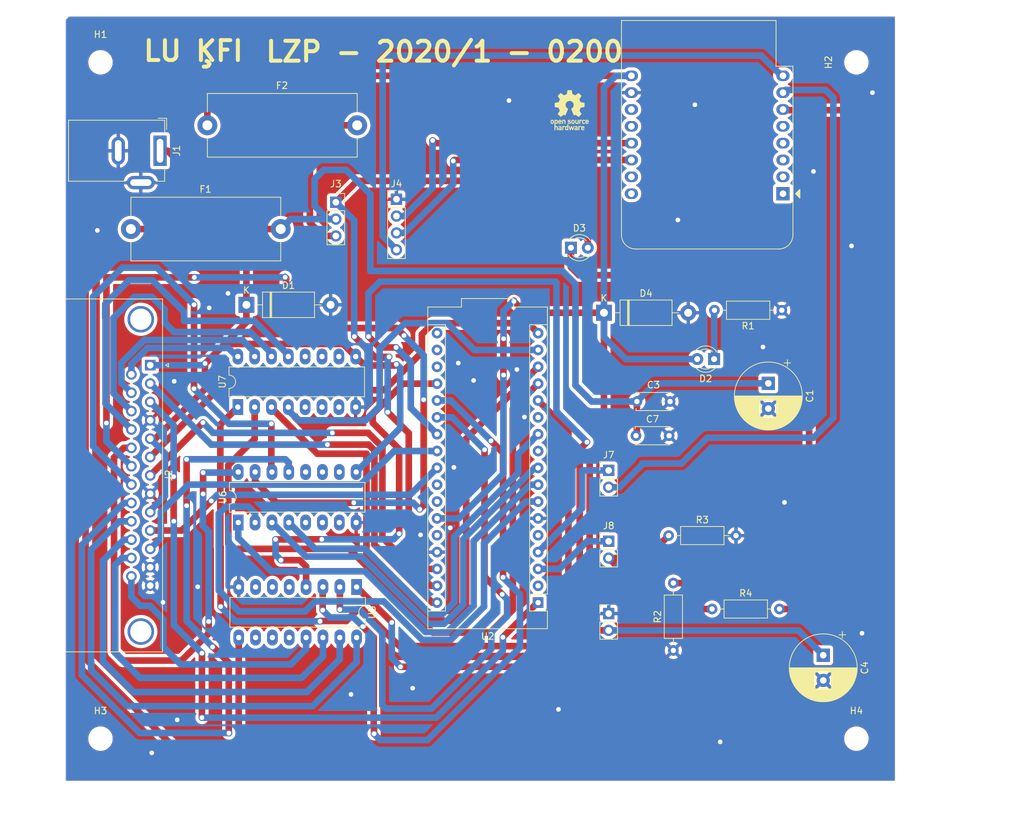
<source format=kicad_pcb>
(kicad_pcb (version 20221018) (generator pcbnew)
  (layers (0 "F.Cu" signal) (31 "B.Cu" signal) (34 "B.Paste" user) (35 "F.Paste" user) (36 "B.SilkS" user "B.Silkscreen") (37 "F.SilkS" user "F.Silkscreen") (38 "B.Mask" user) (39 "F.Mask" user) (44 "Edge.Cuts" user))
  (net 0 "")
  (net 1 "+7.5V")
  (net 2 "GND")
  (net 3 "+5V")
  (net 4 "Net-(D2-K)")
  (net 5 "Net-(D3-K)")
  (net 6 "Net-(D3-A)")
  (net 7 "Net-(J3-Pin_3)")
  (net 8 "Net-(J4-Pin_2)")
  (net 9 "Net-(J4-Pin_3)")
  (net 10 "Net-(J4-Pin_4)")
  (net 11 "/PD3")
  (net 12 "Net-(J8-Pin_2)")
  (net 18 "Net-(J7-Pin_2)")
  (net 23 "/PB2")
  (net 24 "/PD6")
  (net 28 "/D0{slash}RX")
  (net 31 "/PF7")
  (net 32 "/PF6")
  (net 33 "/PD1")
  (net 34 "/PF5")
  (net 35 "/PD0")
  (net 36 "/PF4")
  (net 37 "/PD4")
  (net 38 "/PF1")
  (net 40 "/PF0")
  (net 41 "/PD7")
  (net 44 "/PB4")
  (net 45 "/PB5")
  (net 47 "/PB6")
  (net 48 "/PB7")
  (net 49 "/PB3")
  (net 50 "/PB1")
  (net 57 "Net-(J2-P25)")
  (net 58 "Net-(J2-P24)")
  (net 59 "Net-(J2-P23)")
  (net 60 "Net-(J2-P22)")
  (net 67 "Net-(J2-P21)")
  (net 68 "Net-(J2-P20)")
  (net 69 "Net-(J2-P19)")
  (net 70 "Net-(J2-P18)")
  (net 77 "Net-(J2-P17)")
  (net 78 "Net-(J2-P16)")
  (net 79 "Net-(J2-P15)")
  (net 80 "Net-(J2-P14)")
  (net 82 "/Vin_")
  (net 83 "Net-(U1-MOSI{slash}D7)")
  (footprint "Connector_PinHeader_2.54mm:PinHeader_1x02_P2.54mm_Vertical" (layer "F.Cu") (at 110.6424 110.231)
    (fp_text reference "J8")
    (fp_text value "Conn_01x02_Pin")
  )
  (footprint "Symbol:OSHW-Logo_5.7x6mm_SilkScreen" (layer "F.Cu") (at 104.7496 45.212)
    (fp_text reference "REF**" hide)
    (fp_text value "OSHW-Logo_5.7x6mm_SilkScreen" hide)
  )
  (footprint "Fuse:Fuseholder_Cylinder-5x20mm_Stelvio-Kontek_PTF78_Horizontal_Open" (layer "F.Cu") (at 38.5856 63.1444)
    (fp_text reference "F1")
    (fp_text value "2A")
  )
  (footprint "MountingHole:MountingHole_3.2mm_M3" (layer "F.Cu") (at 34 38)
    (fp_text reference "H1")
    (fp_text value "MountingHole")
  )
  (footprint "Module:WEMOS_D1_mini_light" (layer "F.Cu") (at 136.929 57.8104 180)
    (fp_text reference "U1" hide)
    (fp_text value "WeMos_D1_mini")
  )
  (footprint "Package_DIP:DIP-16_W7.62mm_LongPads" (layer "F.Cu") (at 54.7774 107.4062 90)
    (fp_text reference "U6")
    (fp_text value "ULN2003")
  )
  (footprint "Resistor_THT:R_Axial_DIN0207_L6.3mm_D2.5mm_P10.16mm_Horizontal" (layer "F.Cu") (at 119.6848 109.3724)
    (fp_text reference "R3")
    (fp_text value "10k*")
  )
  (footprint "Fuse:Fuseholder_Cylinder-5x20mm_Stelvio-Kontek_PTF78_Horizontal_Open" (layer "F.Cu") (at 50.1172 47.498)
    (fp_text reference "F2")
    (fp_text value "0,5A")
  )
  (footprint "Resistor_THT:R_Axial_DIN0207_L6.3mm_D2.5mm_P10.16mm_Horizontal" (layer "F.Cu") (at 120.396 126.6952 90)
    (fp_text reference "R2")
    (fp_text value "390")
  )
  (footprint "MountingHole:MountingHole_3.2mm_M3" (layer "F.Cu") (at 148 140)
    (fp_text reference "H4")
    (fp_text value "MountingHole")
  )
  (footprint "Capacitor_THT:CP_Radial_D10.0mm_P3.80mm" (layer "F.Cu") (at 143.002 127.416723 -90)
    (fp_text reference "C4")
    (fp_text value "4,7uF")
  )
  (footprint "Connector_PinHeader_2.54mm:PinHeader_1x04_P2.54mm_Vertical" (layer "F.Cu") (at 78.6384 58.6486)
    (fp_text reference "J4")
    (fp_text value "Conn_01x04_Pin")
  )
  (footprint "Resistor_THT:R_Axial_DIN0207_L6.3mm_D2.5mm_P10.16mm_Horizontal" (layer "F.Cu") (at 136.7536 75.3872 180)
    (fp_text reference "R1")
    (fp_text value "390")
  )
  (footprint "Connector_PinHeader_2.54mm:PinHeader_1x02_P2.54mm_Vertical" (layer "F.Cu") (at 110.6424 99.5426)
    (fp_text reference "J7")
    (fp_text value "Conn_01x02_Pin")
  )
  (footprint "Capacitor_THT:C_Disc_D5.0mm_W2.5mm_P5.00mm" (layer "F.Cu") (at 114.8988 89.154)
    (fp_text reference "C3")
    (fp_text value "68pF")
  )
  (footprint "Diode_THT:D_DO-15_P12.70mm_Horizontal" (layer "F.Cu") (at 109.9312 75.7682)
    (fp_text reference "D4")
    (fp_text value "SA6.0A")
  )
  (footprint "Package_DIP:DIP-16_W7.62mm_LongPads" (layer "F.Cu") (at 72.629 117.1298 -90)
    (fp_text reference "U3")
    (fp_text value "ULN2003" hide)
  )
  (footprint "LED_THT:LED_D3.0mm" (layer "F.Cu") (at 104.9528 65.9638)
    (fp_text reference "D3")
    (fp_text value "LED")
  )
  (footprint "MountingHole:MountingHole_3.2mm_M3" (layer "F.Cu") (at 148 38 90)
    (fp_text reference "H2")
    (fp_text value "MountingHole")
  )
  (footprint "Connector_Dsub:DSUB-25_Male_Horizontal_P2.77x2.84mm_EdgePinOffset9.90mm_Housed_MountingHolesOffset11.32mm" (layer "F.Cu") (at 41.5036 83.6762 -90)
    (fp_text reference "J2")
    (fp_text value "DB25_Plug")
  )
  (footprint "Capacitor_THT:C_Disc_D5.0mm_W2.5mm_P5.00mm" (layer "F.Cu") (at 114.7572 94.3102)
    (fp_text reference "C7")
    (fp_text value "68 pF")
  )
  (footprint "Resistor_THT:R_Axial_DIN0207_L6.3mm_D2.5mm_P10.16mm_Horizontal" (layer "F.Cu") (at 126.238 120.4468)
    (fp_text reference "R4")
    (fp_text value "10k*")
  )
  (footprint "Diode_THT:D_DO-15_P12.70mm_Horizontal" (layer "F.Cu") (at 56.007 74.5742)
    (fp_text reference "D1")
    (fp_text value "SA6.0A")
  )
  (footprint "Arduino:Arduino_Micro" (layer "F.Cu") (at 99.9998 119.4816 180)
    (fp_text reference "U2")
    (fp_text value "Arduino_Micro" hide)
  )
  (footprint "Connector_PinHeader_2.54mm:PinHeader_1x02_P2.54mm_Vertical" (layer "F.Cu") (at 110.6424 121.1326)
    (fp_text reference "J6" hide)
    (fp_text value "Conn_01x02_Pin" hide)
  )
  (footprint "Connector_PinSocket_2.54mm:PinSocket_1x03_P2.54mm_Vertical" (layer "F.Cu") (at 69.4944 59.1058)
    (fp_text reference "J3")
    (fp_text value "Conn_01x03_Pin")
  )
  (footprint "Capacitor_THT:CP_Radial_D10.0mm_P3.80mm" (layer "F.Cu") (at 134.7216 86.4208 -90)
    (fp_text reference "C1")
    (fp_text value "4,7uF")
  )
  (footprint "Connector_BarrelJack:BarrelJack_GCT_DCJ200-10-A_Horizontal" (layer "F.Cu") (at 42.9812 51.334 -90)
    (fp_text reference "J1")
    (fp_text value "Barrel_Jack_Switch_Pin3")
  )
  (footprint "MountingHole:MountingHole_3.2mm_M3" (layer "F.Cu") (at 34 140)
    (fp_text reference "H3")
    (fp_text value "MountingHole")
  )
  (footprint "Package_DIP:DIP-16_W7.62mm_LongPads" (layer "F.Cu") (at 54.7116 89.9922 90)
    (fp_text reference "U7")
    (fp_text value "ULN2003")
  )
  (footprint "LED_THT:LED_D3.0mm" (layer "F.Cu") (at 126.5428 82.7532 180)
    (fp_text reference "D2")
    (fp_text value "LED" hide)
  )
  (gr_poly (pts (xy 153.8224 31.0896) (xy 153.8224 146.3548) (xy 28.8036 146.3548) (xy 28.7528 146.304) (xy 28.7528 31.5976) (xy 29.2608 31.0896)) (stroke (width 0.05)) (fill none) (layer "Edge.Cuts"))
  (gr_text "LZP - 2020/1 - 0200" (at 58.6232 38.1508) (layer "F.SilkS") (effects (font (size 3 3) (thickness 0.6) bold) (justify left bottom)))
  (gr_text "LU ĶFI" (at 40.1828 38.0492) (layer "F.SilkS") (effects (font (size 3 3) (thickness 0.6) bold) (justify left bottom)))
  (segment (start 52.7508 80.4722) (end 49.7586 83.4644) (width 1) (layer "F.Cu") (net 1))
  (segment (start 78.429 83.7246) (end 73.844 83.7246) (width 1) (layer "F.Cu") (net 1))
  (segment (start 70.5916 80.4722) (end 52.7508 80.4722) (width 1) (layer "F.Cu") (net 1))
  (segment (start 42.272056 94.7562) (end 49.7586 87.269656) (width 1) (layer "F.Cu") (net 1))
  (segment (start 56.007 66.802) (end 56.007 74.5742) (width 1) (layer "F.Cu") (net 1))
  (segment (start 61.1856 63.1444) (end 57.3024 63.1444) (width 1) (layer "F.Cu") (net 1))
  (segment (start 31.75 127.9652) (end 31.75 68.5292) (width 1) (layer "F.Cu") (net 1))
  (segment (start 54.849 140.955) (end 54.072 141.732) (width 1) (layer "F.Cu") (net 1))
  (segment (start 31.75 68.5292) (end 33.4772 66.802) (width 1) (layer "F.Cu") (net 1))
  (segment (start 45.5168 141.732) (end 31.75 127.9652) (width 1) (layer "F.Cu") (net 1))
  (segment (start 56.007 64.4906) (end 56.007 66.802) (width 1) (layer "F.Cu") (net 1))
  (segment (start 78.613 83.5406) (end 78.429 83.7246) (width 1) (layer "F.Cu") (net 1))
  (segment (start 55.9816 64.4652) (end 56.007 64.4906) (width 1) (layer "F.Cu") (net 1))
  (segment (start 49.7586 87.269656) (end 49.7586 83.4644) (width 1) (layer "F.Cu") (net 1))
  (segment (start 54.849 124.7498) (end 54.849 140.955) (width 1) (layer "F.Cu") (net 1))
  (segment (start 57.3024 63.1444) (end 55.9816 64.4652) (width 1) (layer "F.Cu") (net 1))
  (segment (start 114.8988 89.154) (end 114.8988 94.1686) (width 1) (layer "F.Cu") (net 1))
  (segment (start 41.5036 94.7562) (end 42.272056 94.7562) (width 1) (layer "F.Cu") (net 1))
  (segment (start 49.7586 83.4644) (end 56.007 77.216) (width 1) (layer "F.Cu") (net 1))
  (segment (start 33.4772 66.802) (end 56.007 66.802) (width 1) (layer "F.Cu") (net 1))
  (segment (start 72.4916 82.3722) (end 70.5916 80.4722) (width 1) (layer "F.Cu") (net 1))
  (segment (start 73.844 83.7246) (end 72.4916 82.3722) (width 1) (layer "F.Cu") (net 1))
  (segment (start 54.072 141.732) (end 45.5168 141.732) (width 1) (layer "F.Cu") (net 1))
  (segment (start 56.007 77.216) (end 56.007 74.5742) (width 1) (layer "F.Cu") (net 1))
  (via (at 78.613 83.5406) (size 0.9) (drill 0.7) (layers "F.Cu" "B.Cu") (net 1))
  (via (at 49.7586 83.4136) (size 0.9) (drill 0.7) (layers "F.Cu" "B.Cu") (net 1))
  (segment (start 49.7586 83.4136) (end 49.657 83.5152) (width 1) (layer "B.Cu") (net 1))
  (segment (start 114.8988 89.154) (end 108.077 89.154) (width 1) (layer "B.Cu") (net 1))
  (segment (start 74.7014 69.469) (end 103.6574 69.469) (width 1) (layer "B.Cu") (net 1))
  (segment (start 69.4944 61.6458) (end 62.6842 61.6458) (width 1) (layer "B.Cu") (net 1))
  (segment (start 67.6656 54.229) (end 71.0438 54.229) (width 1) (layer "B.Cu") (net 1))
  (segment (start 105.6386 71.4502) (end 105.6386 74.0156) (width 1) (layer "B.Cu") (net 1))
  (segment (start 108.077 89.154) (end 105.6386 86.7156) (width 1) (layer "B.Cu") (net 1))
  (segment (start 71.0438 54.229) (end 74.7014 57.8866) (width 1) (layer "B.Cu") (net 1))
  (segment (start 134.7216 86.4208) (end 117.632 86.4208) (width 1) (layer "B.Cu") (net 1))
  (segment (start 49.7586 83.4644) (end 49.7586 83.4136) (width 1) (layer "B.Cu") (net 1))
  (segment (start 105.6386 86.7156) (end 105.6386 74.1172) (width 1) (layer "B.Cu") (net 1))
  (segment (start 74.7014 57.8866) (end 74.7014 69.469) (width 1) (layer "B.Cu") (net 1))
  (segment (start 49.7078 83.4644) (end 49.7586 83.4644) (width 1) (layer "B.Cu") (net 1))
  (segment (start 43.7134 103.4034) (end 43.7134 96.966) (width 1) (layer "B.Cu") (net 1))
  (segment (start 62.6842 61.6458) (end 61.1856 63.1444) (width 1) (layer "B.Cu") (net 1))
  (segment (start 41.5036 83.6762) (end 49.496 83.6762) (width 1) (layer "B.Cu") (net 1))
  (segment (start 66.294 55.6006) (end 67.6656 54.229) (width 1) (layer "B.Cu") (net 1))
  (segment (start 79.1972 93.1464) (end 79.1972 84.074) (width 1) (layer "B.Cu") (net 1))
  (segment (start 41.5036 105.6132) (end 43.7134 103.4034) (width 1) (layer "B.Cu") (net 1))
  (segment (start 49.496 83.6762) (end 49.7078 83.4644) (width 1) (layer "B.Cu") (net 1))
  (segment (start 117.632 86.4208) (end 114.8988 89.154) (width 1) (layer "B.Cu") (net 1))
  (segment (start 43.7134 96.966) (end 41.5036 94.7562) (width 1) (layer "B.Cu") (net 1))
  (segment (start 68.292319 61.6458) (end 66.294 59.647481) (width 1) (layer "B.Cu") (net 1))
  (segment (start 79.1972 84.074) (end 78.6638 83.5406) (width 1) (layer "B.Cu") (net 1))
  (segment (start 69.4944 61.6458) (end 68.292319 61.6458) (width 1) (layer "B.Cu") (net 1))
  (segment (start 41.5036 105.8362) (end 41.5036 105.6132) (width 1) (layer "B.Cu") (net 1))
  (segment (start 72.5574 99.7862) (end 79.1972 93.1464) (width 1) (layer "B.Cu") (net 1))
  (segment (start 66.294 59.647481) (end 66.294 55.6006) (width 1) (layer "B.Cu") (net 1))
  (segment (start 103.6574 69.469) (end 105.6386 71.4502) (width 1) (layer "B.Cu") (net 1))
  (segment (start 119.7102 94.2632) (end 119.7572 94.3102) (width 1) (layer "F.Cu") (net 2))
  (via (at 41.7322 142.1384) (size 0.9) (drill 0.7) (layers "F.Cu" "B.Cu") (net 2))
  (via (at 133.9088 80.9244) (size 0.9) (drill 0.7) (layers "F.Cu" "B.Cu") (net 2))
  (via (at 71.7804 133.3246) (size 0.9) (drill 0.7) (layers "F.Cu" "B.Cu") (net 2))
  (via (at 123.6472 44.3992) (size 0.9) (drill 0.7) (layers "F.Cu" "B.Cu") (net 2))
  (via (at 45.1104 86.106) (size 0.9) (drill 0.7) (layers "F.Cu" "B.Cu") (net 2))
  (via (at 150.4188 42.5704) (size 0.9) (drill 0.7) (layers "F.Cu" "B.Cu") (net 2))
  (via (at 87.2998 99.0854) (size 0.9) (drill 0.7) (layers "F.Cu" "B.Cu") (net 2))
  (via (at 43.434 119.4308) (size 0.9) (drill 0.7) (layers "F.Cu" "B.Cu") (net 2))
  (via (at 95.6056 43.7642) (size 0.9) (drill 0.7) (layers "F.Cu" "B.Cu") (net 2))
  (via (at 90.2716 85.979) (size 0.9) (drill 0.7) (layers "F.Cu" "B.Cu") (net 2))
  (via (at 45.5676 137.16) (size 0.9) (drill 0.7) (layers "F.Cu" "B.Cu") (net 2))
  (via (at 97.9424 91.4908) (size 0.9) (drill 0.7) (layers "F.Cu" "B.Cu") (net 2))
  (via (at 137.16 104.3686) (size 0.9) (drill 0.7) (layers "F.Cu" "B.Cu") (net 2))
  (via (at 121.0818 61.7728) (size 0.9) (drill 0.7) (layers "F.Cu" "B.Cu") (net 2))
  (via (at 81.0768 132.3848) (size 0.9) (drill 0.7) (layers "F.Cu" "B.Cu") (net 2))
  (via (at 141.5288 54.4576) (size 0.9) (drill 0.7) (layers "F.Cu" "B.Cu") (net 2))
  (via (at 127.4572 140.4874) (size 0.9) (drill 0.7) (layers "F.Cu" "B.Cu") (net 2))
  (via (at 103.0732 135.5852) (size 0.9) (drill 0.7) (layers "F.Cu" "B.Cu") (net 2))
  (via (at 148.844 124.1044) (size 0.9) (drill 0.7) (layers "F.Cu" "B.Cu") (net 2))
  (via (at 86.741 108.204) (size 0.9) (drill 0.7) (layers "F.Cu" "B.Cu") (net 2))
  (via (at 147.2692 65.6844) (size 0.9) (drill 0.7) (layers "F.Cu" "B.Cu") (net 2))
  (via (at 33.528 63.3476) (size 0.9) (drill 0.7) (layers "F.Cu" "B.Cu") (net 2))
  (via (at 48.6664 117.094) (size 0.9) (drill 0.7) (layers "F.Cu" "B.Cu") (net 2))
  (via (at 82.2706 109.2708) (size 0.9) (drill 0.7) (layers "F.Cu" "B.Cu") (net 2))
  (via (at 50.3936 75.0316) (size 0.9) (drill 0.7) (layers "F.Cu" "B.Cu") (net 2))
  (via (at 53.2384 72.8472) (size 0.9) (drill 0.7) (layers "F.Cu" "B.Cu") (net 2))
  (via (at 96.7994 84.328) (size 0.9) (drill 0.7) (layers "F.Cu" "B.Cu") (net 2))
  (via (at 87.9602 83.3628) (size 0.9) (drill 0.7) (layers "F.Cu" "B.Cu") (net 2))
  (segment (start 54.6354 116.9162) (end 54.849 117.1298) (width 1) (layer "B.Cu") (net 2))
  (segment (start 109.9312 94.9198) (end 108.712 96.139) (width 1) (layer "F.Cu") (net 3))
  (segment (start 107.7722 123.19) (end 108.2548 123.6726) (width 1) (layer "F.Cu") (net 3))
  (segment (start 108.2548 123.6726) (end 110.6424 123.6726) (width 1) (layer "F.Cu") (net 3))
  (segment (start 109.9312 75.7682) (end 109.9312 94.9198) (width 1) (layer "F.Cu") (net 3))
  (segment (start 108.712 96.139) (end 107.7722 97.0788) (width 1) (layer "F.Cu") (net 3))
  (segment (start 107.7722 97.0788) (end 107.7722 123.19) (width 1) (layer "F.Cu") (net 3))
  (segment (start 50.1172 44.3708) (end 54.4576 40.0304) (width 1) (layer "F.Cu") (net 3))
  (segment (start 109.9312 75.7682) (end 98.0694 75.7682) (width 1) (layer "F.Cu") (net 3))
  (segment (start 54.4576 40.0304) (end 114.069 40.0304) (width 1) (layer "F.Cu") (net 3))
  (segment (start 98.0694 75.7682) (end 96.3422 74.041) (width 1) (layer "F.Cu") (net 3))
  (segment (start 94.7674 85.1408) (end 94.7674 79.7052) (width 1) (layer "F.Cu") (net 3))
  (segment (start 50.1172 47.498) (end 50.1172 44.3708) (width 1) (layer "F.Cu") (net 3))
  (via (at 96.3422 74.041) (size 0.9) (drill 0.7) (layers "F.Cu" "B.Cu") (net 3))
  (via (at 94.7928 85.1662) (size 0.9) (drill 0.7) (layers "F.Cu" "B.Cu") (net 3))
  (via (at 94.7928 79.6798) (size 0.9) (drill 0.7) (layers "F.Cu" "B.Cu") (net 3))
  (segment (start 96.2406 74.041) (end 96.3422 74.041) (width 1) (layer "B.Cu") (net 3))
  (segment (start 139.257877 123.6726) (end 110.6424 123.6726) (width 1) (layer "B.Cu") (net 3))
  (segment (start 113.2332 82.7532) (end 109.9312 79.4512) (width 1) (layer "B.Cu") (net 3))
  (segment (start 94.7928 75.4888) (end 96.2406 74.041) (width 1) (layer "B.Cu") (net 3))
  (segment (start 143.002 127.416723) (end 139.257877 123.6726) (width 1) (layer "B.Cu") (net 3))
  (segment (start 96.3422 74.041) (end 96.3422 73.9394) (width 1) (layer "B.Cu") (net 3))
  (segment (start 84.7598 106.7816) (end 88.0364 106.7816) (width 1) (layer "B.Cu") (net 3))
  (segment (start 96.3422 73.9394) (end 96.2914 73.9902) (width 1) (layer "B.Cu") (net 3))
  (segment (start 111.7092 40.0304) (end 114.069 40.0304) (width 1) (layer "B.Cu") (net 3))
  (segment (start 94.7928 79.6798) (end 94.7928 75.4888) (width 1) (layer "B.Cu") (net 3))
  (segment (start 88.0364 106.7816) (end 94.7674 100.0506) (width 1) (layer "B.Cu") (net 3))
  (segment (start 109.9312 41.8084) (end 109.9312 75.7682) (width 1) (layer "B.Cu") (net 3))
  (segment (start 94.7674 100.0506) (end 94.7674 85.1916) (width 1) (layer "B.Cu") (net 3))
  (segment (start 109.9312 79.4512) (end 109.9312 75.7682) (width 1) (layer "B.Cu") (net 3))
  (segment (start 109.9312 41.8084) (end 111.7092 40.0304) (width 1) (layer "B.Cu") (net 3))
  (segment (start 124.0028 82.7532) (end 113.2332 82.7532) (width 1) (layer "B.Cu") (net 3))
  (segment (start 126.5428 82.7532) (end 126.5428 75.438) (width 1) (layer "B.Cu") (net 4))
  (segment (start 126.5428 75.438) (end 126.5936 75.3872) (width 1) (layer "B.Cu") (net 4))
  (segment (start 136.3472 116.5352) (end 120.396 116.5352) (width 1) (layer "F.Cu") (net 5))
  (segment (start 104.9528 68.8848) (end 106.172 70.104) (width 1) (layer "F.Cu") (net 5))
  (segment (start 106.172 70.104) (end 136.8044 70.104) (width 1) (layer "F.Cu") (net 5))
  (segment (start 140.8684 112.014) (end 136.3472 116.5352) (width 1) (layer "F.Cu") (net 5))
  (segment (start 136.8044 70.104) (end 140.8684 74.168) (width 1) (layer "F.Cu") (net 5))
  (segment (start 140.8684 74.168) (end 140.8684 112.014) (width 1) (layer "F.Cu") (net 5))
  (segment (start 104.9528 65.9638) (end 104.9528 68.8848) (width 1) (layer "F.Cu") (net 5))
  (segment (start 69.4944 59.1058) (end 72.7202 55.88) (width 1) (layer "F.Cu") (net 6))
  (segment (start 107.4928 64.691008) (end 107.4928 65.9638) (width 1) (layer "F.Cu") (net 6))
  (segment (start 72.2884 79.3496) (end 75.446512 82.507712) (width 1) (layer "F.Cu") (net 6))
  (segment (start 76.597888 82.507712) (end 77.436088 82.507712) (width 1) (layer "F.Cu") (net 6))
  (segment (start 75.446512 82.507712) (end 76.589512 82.507712) (width 1) (layer "F.Cu") (net 6))
  (segment (start 80.4926 111.5314) (end 80.4926 93.929198) (width 1) (layer "F.Cu") (net 6))
  (segment (start 76.6064 82.4992) (end 76.6826 82.423) (width 1) (layer "F.Cu") (net 6))
  (segment (start 76.6826 82.423) (end 77.5208 82.423) (width 1) (layer "F.Cu") (net 6))
  (segment (start 98.681792 55.88) (end 107.4928 64.691008) (width 1) (layer "F.Cu") (net 6))
  (segment (start 80.4926 93.929198) (end 77.317601 90.754199) (width 1) (layer "F.Cu") (net 6))
  (segment (start 83.3628 114.4016) (end 80.4926 111.5314) (width 1) (layer "F.Cu") (net 6))
  (segment (start 84.7598 114.4016) (end 83.3628 114.4016) (width 1) (layer "F.Cu") (net 6))
  (segment (start 77.436088 82.507712) (end 77.5208 82.423) (width 1) (layer "F.Cu") (net 6))
  (segment (start 72.7202 55.88) (end 98.681792 55.88) (width 1) (layer "F.Cu") (net 6))
  (via (at 77.317601 90.754199) (size 0.9) (drill 0.7) (layers "F.Cu" "B.Cu") (net 6))
  (via (at 72.2884 79.349602) (size 0.9) (drill 0.7) (layers "F.Cu" "B.Cu") (net 6))
  (via (at 77.5208 82.423) (size 0.9) (drill 0.7) (layers "F.Cu" "B.Cu") (net 6))
  (segment (start 77.317601 90.754199) (end 77.317601 82.626199) (width 1) (layer "B.Cu") (net 6))
  (segment (start 77.317601 82.626199) (end 77.5208 82.423) (width 1) (layer "B.Cu") (net 6))
  (segment (start 72.263 61.8744) (end 72.263 79.324202) (width 1) (layer "B.Cu") (net 6))
  (segment (start 72.263 79.324202) (end 72.2884 79.349602) (width 1) (layer "B.Cu") (net 6))
  (segment (start 69.4944 59.1058) (end 72.263 61.8744) (width 1) (layer "B.Cu") (net 6))
  (segment (start 67.5894 64.1858) (end 65.5828 62.1792) (width 1) (layer "F.Cu") (net 7))
  (segment (start 67.1576 47.498) (end 72.7172 47.498) (width 1) (layer "F.Cu") (net 7))
  (segment (start 65.5828 49.0728) (end 67.1576 47.498) (width 1) (layer "F.Cu") (net 7))
  (segment (start 69.4944 64.1858) (end 67.5894 64.1858) (width 1) (layer "F.Cu") (net 7))
  (segment (start 65.5828 62.1792) (end 65.5828 49.0728) (width 1) (layer "F.Cu") (net 7))
  (segment (start 84.5058 50.1904) (end 84.0994 49.784) (width 1) (layer "F.Cu") (net 8))
  (segment (start 114.069 50.1904) (end 84.5058 50.1904) (width 1) (layer "F.Cu") (net 8))
  (via (at 84.0994 49.784) (size 0.9) (drill 0.7) (layers "F.Cu" "B.Cu") (net 8))
  (segment (start 84.074 49.8094) (end 84.0994 49.784) (width 1) (layer "B.Cu") (net 8))
  (segment (start 84.074 56.955081) (end 84.074 49.8094) (width 1) (layer "B.Cu") (net 8))
  (segment (start 79.840481 61.1886) (end 84.074 56.955081) (width 1) (layer "B.Cu") (net 8))
  (segment (start 78.6384 61.1886) (end 79.840481 61.1886) (width 1) (layer "B.Cu") (net 8))
  (segment (start 114.069 52.7304) (end 87.3506 52.7304) (width 1) (layer "F.Cu") (net 9))
  (segment (start 87.3506 52.7304) (end 87.1982 52.8828) (width 1) (layer "F.Cu") (net 9))
  (via (at 87.1982 52.8828) (size 0.9) (drill 0.7) (layers "F.Cu" "B.Cu") (net 9))
  (segment (start 79.840481 63.7286) (end 87.1982 56.370881) (width 1) (layer "B.Cu") (net 9))
  (segment (start 78.6384 63.7286) (end 79.840481 63.7286) (width 1) (layer "B.Cu") (net 9))
  (segment (start 87.1982 56.370881) (end 87.1982 52.8828) (width 1) (layer "B.Cu") (net 9))
  (segment (start 136.929 40.0304) (end 136.7028 40.0304) (width 1) (layer "B.Cu") (net 10))
  (segment (start 136.7028 40.0304) (end 133.6548 36.9824) (width 1) (layer "B.Cu") (net 10))
  (segment (start 77.6224 36.9824) (end 76.5556 38.0492) (width 1) (layer "B.Cu") (net 10))
  (segment (start 78.6384 66.2686) (end 76.5556 64.1858) (width 1) (layer "B.Cu") (net 10))
  (segment (start 133.6548 36.9824) (end 77.6224 36.9824) (width 1) (layer "B.Cu") (net 10))
  (segment (start 76.5556 64.1858) (end 76.5556 38.0492) (width 1) (layer "B.Cu") (net 10))
  (segment (start 107.437 110.231) (end 110.6424 110.231) (width 1) (layer "B.Cu") (net 11))
  (segment (start 99.9998 114.4016) (end 103.2256 114.4016) (width 1) (layer "B.Cu") (net 11))
  (segment (start 107.4166 110.2106) (end 107.437 110.231) (width 1) (layer "B.Cu") (net 11))
  (segment (start 103.2256 114.4016) (end 107.4166 110.2106) (width 1) (layer "B.Cu") (net 11))
  (segment (start 118.3182 120.4468) (end 110.6424 112.771) (width 1) (layer "F.Cu") (net 12))
  (segment (start 125.8824 120.8024) (end 126.238 120.4468) (width 0.2) (layer "F.Cu") (net 12))
  (segment (start 126.238 120.4468) (end 118.3182 120.4468) (width 1) (layer "F.Cu") (net 12))
  (segment (start 116.2862 112.771) (end 110.6424 112.771) (width 1) (layer "F.Cu") (net 12))
  (segment (start 119.6848 109.3724) (end 116.2862 112.771) (width 1) (layer "F.Cu") (net 12))
  (segment (start 121.628321 98.5012) (end 125.514521 94.615) (width 1) (layer "B.Cu") (net 18))
  (segment (start 125.514521 94.615) (end 141.5288 94.615) (width 1) (layer "B.Cu") (net 18))
  (segment (start 115.697 98.5012) (end 121.628321 98.5012) (width 1) (layer "B.Cu") (net 18))
  (segment (start 144.526 43.3324) (end 143.3576 42.164) (width 1) (layer "B.Cu") (net 18))
  (segment (start 136.929 42.5704) (end 137.3354 42.164) (width 1) (layer "B.Cu") (net 18))
  (segment (start 141.5288 94.615) (end 144.526 91.6178) (width 1) (layer "B.Cu") (net 18))
  (segment (start 110.6424 102.0826) (end 112.268 102.0826) (width 1) (layer "B.Cu") (net 18))
  (segment (start 112.268 102.0826) (end 115.697 98.6536) (width 1) (layer "B.Cu") (net 18))
  (segment (start 137.3354 42.164) (end 143.3576 42.164) (width 1) (layer "B.Cu") (net 18))
  (segment (start 144.526 91.6178) (end 144.526 43.3324) (width 1) (layer "B.Cu") (net 18))
  (segment (start 45.0342 100.4824) (end 45.0342 107.188) (width 1) (layer "F.Cu") (net 23))
  (segment (start 45.0342 107.188) (end 45.0596 107.2134) (width 1) (layer "F.Cu") (net 23))
  (segment (start 100.0252 119.3546) (end 94.6912 124.6886) (width 1) (layer "F.Cu") (net 23))
  (segment (start 49.3014 127.1016) (end 49.3014 136.8298) (width 1) (layer "F.Cu") (net 23))
  (via (at 45.0596 107.2134) (size 0.9) (drill 0.7) (layers "F.Cu" "B.Cu") (net 23))
  (via (at 45.0342 100.4824) (size 0.9) (drill 0.7) (layers "F.Cu" "B.Cu") (net 23))
  (via (at 49.3014 127.1016) (size 0.9) (drill 0.7) (layers "F.Cu" "B.Cu") (net 23))
  (via (at 49.3014 136.8298) (size 0.9) (drill 0.7) (layers "F.Cu" "B.Cu") (net 23))
  (via (at 94.6912 124.714) (size 0.9) (drill 0.7) (layers "F.Cu" "B.Cu") (net 23))
  (segment (start 84.6328 136.8298) (end 49.3014 136.8298) (width 1) (layer "B.Cu") (net 23))
  (segment (start 45.0342 92.7468) (end 45.0342 100.4824) (width 1) (layer "B.Cu") (net 23))
  (segment (start 94.6658 126.7968) (end 84.6328 136.8298) (width 1) (layer "B.Cu") (net 23))
  (segment (start 45.0596 107.2134) (end 45.0596 122.8598) (width 1) (layer "B.Cu") (net 23))
  (segment (start 45.0596 122.8598) (end 49.3014 127.1016) (width 1) (layer "B.Cu") (net 23))
  (segment (start 41.5036 89.2162) (end 45.0342 92.7468) (width 1) (layer "B.Cu") (net 23))
  (segment (start 94.6912 124.714) (end 94.6912 126.6698) (width 1) (layer "B.Cu") (net 23))
  (segment (start 98.4998 77.3416) (end 99.9998 78.8416) (width 1) (layer "F.Cu") (net 24))
  (segment (start 84.138479 77.3416) (end 98.4998 77.3416) (width 1) (layer "F.Cu") (net 24))
  (segment (start 51.590721 87.439079) (end 76.771921 87.439079) (width 1) (layer "F.Cu") (net 24))
  (segment (start 41.5036 97.5262) (end 51.590721 87.439079) (width 1) (layer "F.Cu") (net 24))
  (segment (start 82.4738 81.7372) (end 82.4738 79.006279) (width 1) (layer "F.Cu") (net 24))
  (segment (start 82.4738 79.006279) (end 84.138479 77.3416) (width 1) (layer "F.Cu") (net 24))
  (segment (start 76.771921 87.439079) (end 82.4738 81.7372) (width 1) (layer "F.Cu") (net 24))
  (segment (start 110.6424 99.5426) (end 106.6546 99.5426) (width 1) (layer "B.Cu") (net 28))
  (segment (start 99.9998 111.8616) (end 106.6546 105.2068) (width 1) (layer "B.Cu") (net 28))
  (segment (start 106.6546 105.2068) (end 106.6546 99.5426) (width 1) (layer "B.Cu") (net 28))
  (segment (start 79.0448 109.093) (end 79.0448 96.344298) (width 1) (layer "F.Cu") (net 31))
  (segment (start 79.0448 96.344298) (end 75.057 92.356498) (width 1) (layer "F.Cu") (net 31))
  (segment (start 84.7598 86.4616) (end 79.6544 86.4616) (width 1) (layer "F.Cu") (net 31))
  (segment (start 65.009 114.031) (end 65.009 117.1298) (width 1) (layer "F.Cu") (net 31))
  (segment (start 67.3862 109.9312) (end 60.4012 109.9566) (width 1) (layer "F.Cu") (net 31))
  (segment (start 75.057 92.356498) (end 75.057 91.059) (width 1) (layer "F.Cu") (net 31))
  (segment (start 64.0588 113.0808) (end 65.009 114.031) (width 1) (layer "F.Cu") (net 31))
  (segment (start 61.214 113.0808) (end 64.0588 113.0808) (width 1) (layer "F.Cu") (net 31))
  (segment (start 75.057 91.059) (end 79.6544 86.4616) (width 1) (layer "F.Cu") (net 31))
  (via (at 61.214 113.0808) (size 0.9) (drill 0.7) (layers "F.Cu" "B.Cu") (net 31))
  (via (at 60.4012 109.9566) (size 0.9) (drill 0.7) (layers "F.Cu" "B.Cu") (net 31))
  (via (at 79.0448 109.093) (size 0.9) (drill 0.7) (layers "F.Cu" "B.Cu") (net 31))
  (via (at 67.3862 109.9312) (size 0.9) (drill 0.7) (layers "F.Cu" "B.Cu") (net 31))
  (segment (start 60.4012 109.9566) (end 60.4012 112.1918) (width 1) (layer "B.Cu") (net 31))
  (segment (start 60.4012 112.268) (end 61.214 113.0808) (width 1) (layer "B.Cu") (net 31))
  (segment (start 67.3862 109.9312) (end 78.2066 109.9312) (width 1) (layer "B.Cu") (net 31))
  (segment (start 60.4012 112.1918) (end 60.4012 112.268) (width 1) (layer "B.Cu") (net 31))
  (segment (start 78.2066 109.9312) (end 79.0448 109.093) (width 1) (layer "B.Cu") (net 31))
  (segment (start 75.2602 138.43) (end 75.2602 139.2682) (width 1) (layer "F.Cu") (net 32))
  (segment (start 94.7166 96.901) (end 92.8878 95.0722) (width 1) (layer "F.Cu") (net 32))
  (segment (start 75.2094 138.3792) (end 75.2602 138.43) (width 1) (layer "F.Cu") (net 32))
  (segment (start 94.7166 115.6716) (end 94.7166 96.901) (width 1) (layer "F.Cu") (net 32))
  (segment (start 75.2094 124.7456) (end 73.5584 123.0946) (width 1) (layer "F.Cu") (net 32))
  (segment (start 75.2094 138.3792) (end 75.2094 124.7456) (width 1) (layer "F.Cu") (net 32))
  (segment (start 67.5132 120.6246) (end 67.5132 117.1656) (width 1) (layer "F.Cu") (net 32))
  (via (at 67.5132 120.6246) (size 0.9) (drill 0.7) (layers "F.Cu" "B.Cu") (net 32))
  (via (at 94.7166 115.6716) (size 0.9) (drill 0.7) (layers "F.Cu" "B.Cu") (net 32))
  (via (at 75.2602 139.2682) (size 0.9) (drill 0.7) (layers "F.Cu" "B.Cu") (net 32))
  (via (at 92.887802 95.0722) (size 0.9) (drill 0.7) (layers "F.Cu" "B.Cu") (net 32))
  (via (at 73.5584 123.0884) (size 0.9) (drill 0.7) (layers "F.Cu" "B.Cu") (net 32))
  (segment (start 97.2566 126.257951) (end 97.2566 119.15685) (width 1) (layer "B.Cu") (net 32))
  (segment (start 68.6116 121.723) (end 68.1736 121.285) (width 1) (layer "B.Cu") (net 32))
  (segment (start 86.817202 89.0016) (end 92.887802 95.0722) (width 1) (layer "B.Cu") (net 32))
  (segment (start 72.193 121.723) (end 68.6116 121.723) (width 1) (layer "B.Cu") (net 32))
  (segment (start 83.306551 140.208) (end 97.2566 126.257951) (width 1) (layer "B.Cu") (net 32))
  (segment (start 75.2602 139.2682) (end 76.2 140.208) (width 1) (layer "B.Cu") (net 32))
  (segment (start 68.1736 121.285) (end 67.9704 121.0818) (width 1) (layer "B.Cu") (net 32))
  (segment (start 67.9704 121.0818) (end 67.5132 120.6246) (width 1) (layer "B.Cu") (net 32))
  (segment (start 94.7166 115.697) (end 94.7166 115.6716) (width 1) (layer "B.Cu") (net 32))
  (segment (start 97.2566 118.237) (end 94.7166 115.697) (width 1) (layer "B.Cu") (net 32))
  (segment (start 76.2 140.208) (end 83.306551 140.208) (width 1) (layer "B.Cu") (net 32))
  (segment (start 97.2566 119.15685) (end 97.2566 118.237) (width 1) (layer "B.Cu") (net 32))
  (segment (start 73.5584 123.0884) (end 72.193 121.723) (width 1) (layer "B.Cu") (net 32))
  (segment (start 84.7598 89.0016) (end 86.817202 89.0016) (width 1) (layer "B.Cu") (net 32))
  (segment (start 57.3174 106.0062) (end 57.3174 107.4062) (width 1) (layer "B.Cu") (net 33))
  (segment (start 66.3702 119.3038) (end 64.8716 120.8024) (width 1) (layer "B.Cu") (net 33))
  (segment (start 91.8464 120.085751) (end 86.83145 125.100701) (width 1) (layer "B.Cu") (net 33))
  (segment (start 86.83145 125.100701) (end 82.515799 125.100701) (width 1) (layer "B.Cu") (net 33))
  (segment (start 76.718898 119.3038) (end 66.3702 119.3038) (width 1) (layer "B.Cu") (net 33))
  (segment (start 52.9082 105.0036) (end 56.3148 105.0036) (width 1) (layer "B.Cu") (net 33))
  (segment (start 91.8464 110.5408) (end 91.8464 120.085751) (width 1) (layer "B.Cu") (net 33))
  (segment (start 51.8414 106.0704) (end 52.9082 105.0036) (width 1) (layer "B.Cu") (net 33))
  (segment (start 53.5178 119.3038) (end 51.8414 117.6274) (width 1) (layer "B.Cu") (net 33))
  (segment (start 99.9998 104.2416) (end 98.1456 104.2416) (width 1) (layer "B.Cu") (net 33))
  (segment (start 56.3148 105.0036) (end 57.3174 106.0062) (width 1) (layer "B.Cu") (net 33))
  (segment (start 54.864 120.8024) (end 53.5178 119.4562) (width 1) (layer "B.Cu") (net 33))
  (segment (start 51.8414 117.6274) (end 51.8414 106.0704) (width 1) (layer "B.Cu") (net 33))
  (segment (start 98.1456 104.2416) (end 91.8464 110.5408) (width 1) (layer "B.Cu") (net 33))
  (segment (start 53.5178 119.4562) (end 53.5178 119.3038) (width 1) (layer "B.Cu") (net 33))
  (segment (start 64.8716 120.8024) (end 54.864 120.8024) (width 1) (layer "B.Cu") (net 33))
  (segment (start 82.515799 125.100701) (end 76.718898 119.3038) (width 1) (layer "B.Cu") (net 33))
  (segment (start 70.104 120.523) (end 70.104 117.1448) (width 1) (layer "F.Cu") (net 34))
  (segment (start 91.9226 115.57) (end 94.5896 118.237) (width 1) (layer "F.Cu") (net 34))
  (segment (start 91.9226 96.4184) (end 91.9226 115.57) (width 1) (layer "F.Cu") (net 34))
  (segment (start 70.104 117.1448) (end 70.089 117.1298) (width 1) (layer "F.Cu") (net 34))
  (via (at 70.104 120.523) (size 0.9) (drill 0.7) (layers "F.Cu" "B.Cu") (net 34))
  (via (at 94.5896 118.237) (size 0.9) (drill 0.7) (layers "F.Cu" "B.Cu") (net 34))
  (via (at 91.9226 96.4184) (size 0.9) (drill 0.7) (layers "F.Cu" "B.Cu") (net 34))
  (segment (start 92.9386 126.471344) (end 92.9386 123.9266) (width 1) (layer "B.Cu") (net 34))
  (segment (start 76.5048 124.0282) (end 76.5048 134.9502) (width 1) (layer "B.Cu") (net 34))
  (segment (start 95.3262 118.9736) (end 94.5896 118.237) (width 1) (layer "B.Cu") (net 34))
  (segment (start 83.951744 135.4582) (end 92.9386 126.471344) (width 1) (layer "B.Cu") (net 34))
  (segment (start 87.0458 91.5416) (end 91.9226 96.4184) (width 1) (layer "B.Cu") (net 34))
  (segment (start 77.0128 135.4582) (end 83.951744 135.4582) (width 1) (layer "B.Cu") (net 34))
  (segment (start 72.9996 120.523) (end 76.5048 124.0282) (width 1) (layer "B.Cu") (net 34))
  (segment (start 76.5048 134.9502) (end 77.0128 135.4582) (width 1) (layer "B.Cu") (net 34))
  (segment (start 70.104 120.523) (end 72.9996 120.523) (width 1) (layer "B.Cu") (net 34))
  (segment (start 92.9386 123.9266) (end 95.3262 121.539) (width 1) (layer "B.Cu") (net 34))
  (segment (start 95.3262 121.539) (end 95.3262 118.9736) (width 1) (layer "B.Cu") (net 34))
  (segment (start 84.7598 91.5416) (end 87.0458 91.5416) (width 1) (layer "B.Cu") (net 34))
  (segment (start 73.86865 114.7572) (end 83.01265 123.9012) (width 1) (layer "B.Cu") (net 35))
  (segment (start 90.2716 119.9642) (end 90.2716 110.2106) (width 1) (layer "B.Cu") (net 35))
  (segment (start 54.7774 109.743) (end 59.7916 114.7572) (width 1) (layer "B.Cu") (net 35))
  (segment (start 98.7806 101.7016) (end 99.9998 101.7016) (width 1) (layer "B.Cu") (net 35))
  (segment (start 83.01265 123.9012) (end 86.3346 123.9012) (width 1) (layer "B.Cu") (net 35))
  (segment (start 90.2716 110.2106) (end 98.7806 101.7016) (width 1) (layer "B.Cu") (net 35))
  (segment (start 59.7916 114.7572) (end 73.86865 114.7572) (width 1) (layer "B.Cu") (net 35))
  (segment (start 54.7774 107.4062) (end 54.7774 109.743) (width 1) (layer "B.Cu") (net 35))
  (segment (start 86.3346 123.9012) (end 90.2716 119.9642) (width 1) (layer "B.Cu") (net 35))
  (segment (start 77.9272 122.4788) (end 77.9018 122.428) (width 1) (layer "F.Cu") (net 36))
  (segment (start 79.248 129.159) (end 100.5586 129.159) (width 1) (layer "F.Cu") (net 36))
  (segment (start 106.2736 96.3676) (end 107.3658 95.2754) (width 1) (layer "F.Cu") (net 36))
  (segment (start 78.5876 81.0006) (end 76.073 81.0006) (width 1) (layer "F.Cu") (net 36))
  (segment (start 76.073 81.0006) (end 74.422 79.3496) (width 1) (layer "F.Cu") (net 36))
  (segment (start 76.9112 121.412) (end 72.629 117.1298) (width 1) (layer "F.Cu") (net 36))
  (segment (start 100.5586 129.159) (end 106.2736 123.444) (width 1) (layer "F.Cu") (net 36))
  (segment (start 106.2736 123.444) (end 106.2736 96.3676) (width 1) (layer "F.Cu") (net 36))
  (segment (start 76.9112 121.412) (end 77.9018 122.4026) (width 1) (layer "F.Cu") (net 36))
  (segment (start 77.9018 122.4026) (end 77.9272 122.4788) (width 1) (layer "F.Cu") (net 36))
  (via (at 107.3658 95.2754) (size 0.9) (drill 0.7) (layers "F.Cu" "B.Cu") (net 36))
  (via (at 78.5876 81.0006) (size 0.9) (drill 0.7) (layers "F.Cu" "B.Cu") (net 36))
  (via (at 74.422 79.3496) (size 0.9) (drill 0.7) (layers "F.Cu" "B.Cu") (net 36))
  (via (at 77.9272 122.4788) (size 0.9) (drill 0.7) (layers "F.Cu" "B.Cu") (net 36))
  (via (at 79.248 129.159) (size 0.9) (drill 0.7) (layers "F.Cu" "B.Cu") (net 36))
  (segment (start 76.1492 71.0692) (end 74.422 72.7964) (width 1) (layer "B.Cu") (net 36))
  (segment (start 77.9272 122.4788) (end 77.9272 127.8382) (width 1) (layer "B.Cu") (net 36))
  (segment (start 84.7598 94.0816) (end 80.7974 90.1192) (width 1) (layer "B.Cu") (net 36))
  (segment (start 102.6414 71.0692) (end 76.1492 71.0692) (width 1) (layer "B.Cu") (net 36))
  (segment (start 80.7974 83.2104) (end 78.5876 81.0006) (width 1) (layer "B.Cu") (net 36))
  (segment (start 77.9272 127.8382) (end 79.248 129.159) (width 1) (layer "B.Cu") (net 36))
  (segment (start 80.7974 90.1192) (end 80.7974 83.2104) (width 1) (layer "B.Cu") (net 36))
  (segment (start 102.7684 90.678) (end 102.7684 71.1962) (width 1) (layer "B.Cu") (net 36))
  (segment (start 107.3658 95.2754) (end 102.7684 90.678) (width 1) (layer "B.Cu") (net 36))
  (segment (start 74.422 72.7964) (end 74.422 79.3496) (width 1) (layer "B.Cu") (net 36))
  (segment (start 102.7684 71.1962) (end 102.6414 71.0692) (width 1) (layer "B.Cu") (net 36))
  (segment (start 83.4898 122.682) (end 73.349121 112.541321) (width 1) (layer "B.Cu") (net 37))
  (segment (start 85.79575 122.682) (end 83.4898 122.682) (width 1) (layer "B.Cu") (net 37))
  (segment (start 88.7222 109.9058) (end 88.7222 119.75555) (width 1) (layer "B.Cu") (net 37))
  (segment (start 99.4664 99.1616) (end 88.7222 109.9058) (width 1) (layer "B.Cu") (net 37))
  (segment (start 64.992521 112.541321) (end 59.8574 107.4062) (width 1) (layer "B.Cu") (net 37))
  (segment (start 88.7222 119.75555) (end 85.79575 122.682) (width 1) (layer "B.Cu") (net 37))
  (segment (start 99.9998 99.1616) (end 99.4664 99.1616) (width 1) (layer "B.Cu") (net 37))
  (segment (start 73.349121 112.541321) (end 64.992521 112.541321) (width 1) (layer "B.Cu") (net 37))
  (segment (start 43.1038 109.776) (end 41.5036 111.3762) (width 1) (layer "B.Cu") (net 38))
  (segment (start 78.3082 96.6216) (end 73.2436 101.6862) (width 1) (layer "B.Cu") (net 38))
  (segment (start 47.25395 101.6862) (end 43.1038 105.83635) (width 1) (layer "B.Cu") (net 38))
  (segment (start 73.2436 101.6862) (end 47.25395 101.6862) (width 1) (layer "B.Cu") (net 38))
  (segment (start 43.1038 105.83635) (end 43.1038 109.776) (width 1) (layer "B.Cu") (net 38))
  (segment (start 84.7598 96.6216) (end 78.3082 96.6216) (width 1) (layer "B.Cu") (net 38))
  (segment (start 46.2576 108.6062) (end 50.7492 104.1146) (width 1) (layer "F.Cu") (net 40))
  (segment (start 41.5036 108.6062) (end 46.2576 108.6062) (width 1) (layer "F.Cu") (net 40))
  (via (at 50.7238 104.14) (size 0.9) (drill 0.7) (layers "F.Cu" "B.Cu") (net 40))
  (segment (start 50.7238 104.14) (end 51.643901 103.219899) (width 1) (layer "B.Cu") (net 40))
  (segment (start 80.701501 103.219899) (end 84.7598 99.1616) (width 1) (layer "B.Cu") (net 40))
  (segment (start 51.643901 103.219899) (end 80.701501 103.219899) (width 1) (layer "B.Cu") (net 40))
  (segment (start 87.3506 109.5502) (end 87.3506 119.4308) (width 1) (layer "B.Cu") (net 41))
  (segment (start 73.850921 111.341321) (end 66.332521 111.341321) (width 1) (layer "B.Cu") (net 41))
  (segment (start 97.0026 99.8982) (end 87.3506 109.5502) (width 1) (layer "B.Cu") (net 41))
  (segment (start 99.9998 94.0816) (end 97.0026 97.0788) (width 1) (layer "B.Cu") (net 41))
  (segment (start 85.5218 121.2596) (end 83.7692 121.2596) (width 1) (layer "B.Cu") (net 41))
  (segment (start 87.3506 119.4308) (end 85.5218 121.2596) (width 1) (layer "B.Cu") (net 41))
  (segment (start 97.0026 97.0788) (end 97.0026 99.8982) (width 1) (layer "B.Cu") (net 41))
  (segment (start 66.332521 111.341321) (end 62.3974 107.4062) (width 1) (layer "B.Cu") (net 41))
  (segment (start 83.7692 121.2596) (end 73.850921 111.341321) (width 1) (layer "B.Cu") (net 41))
  (segment (start 67.1576 122.2502) (end 67.1068 122.301) (width 1) (layer "F.Cu") (net 44))
  (segment (start 99.9998 89.0016) (end 104.5718 93.5736) (width 1) (layer "F.Cu") (net 44))
  (segment (start 100.908 126.041) (end 79.0764 126.041) (width 1) (layer "F.Cu") (net 44))
  (segment (start 52.1208 111.094856) (end 52.0774 111.051456) (width 1) (layer "F.Cu") (net 44))
  (segment (start 52.0774 111.051456) (end 52.0774 92.6264) (width 1) (layer "F.Cu") (net 44))
  (segment (start 52.0774 92.6264) (end 54.7116 89.9922) (width 1) (layer "F.Cu") (net 44))
  (segment (start 79.0764 126.041) (end 73.533 120.4976) (width 1) (layer "F.Cu") (net 44))
  (segment (start 71.0692 122.2502) (end 67.1576 122.2502) (width 1) (layer "F.Cu") (net 44))
  (segment (start 72.8218 120.4976) (end 71.0692 122.2502) (width 1) (layer "F.Cu") (net 44))
  (segment (start 73.533 120.4976) (end 72.8218 120.4976) (width 1) (layer "F.Cu") (net 44))
  (segment (start 104.5718 122.3772) (end 100.908 126.041) (width 1) (layer "F.Cu") (net 44))
  (segment (start 104.5718 93.5736) (end 104.5718 122.3772) (width 1) (layer "F.Cu") (net 44))
  (segment (start 52.1208 120.0912) (end 52.1208 111.094856) (width 1) (layer "F.Cu") (net 44))
  (via (at 67.1068 122.301) (size 0.9) (drill 0.7) (layers "F.Cu" "B.Cu") (net 44))
  (via (at 52.120799 120.091199) (size 0.9) (drill 0.7) (layers "F.Cu" "B.Cu") (net 44))
  (segment (start 54.3306 122.301) (end 52.120799 120.091199) (width 1) (layer "B.Cu") (net 44))
  (segment (start 67.1068 122.301) (end 54.3306 122.301) (width 1) (layer "B.Cu") (net 44))
  (segment (start 53.2774 110.5544) (end 53.2774 98.76488) (width 1) (layer "F.Cu") (net 45))
  (segment (start 99.9998 86.4616) (end 96.1898 90.2716) (width 1) (layer "F.Cu") (net 45))
  (segment (start 84.1502 124.0028) (end 71.5264 111.379) (width 1) (layer "F.Cu") (net 45))
  (segment (start 53.2774 98.76488) (end 57.2516 94.79068) (width 1) (layer "F.Cu") (net 45))
  (segment (start 96.1898 90.2716) (end 96.1898 120.5738) (width 1) (layer "F.Cu") (net 45))
  (segment (start 71.5264 111.379) (end 54.102 111.379) (width 1) (layer "F.Cu") (net 45))
  (segment (start 54.102 111.379) (end 53.2774 110.5544) (width 1) (layer "F.Cu") (net 45))
  (segment (start 96.1898 120.5738) (end 92.7608 124.0028) (width 1) (layer "F.Cu") (net 45))
  (segment (start 57.2516 94.79068) (end 57.2516 89.9922) (width 1) (layer "F.Cu") (net 45))
  (segment (start 92.7608 124.0028) (end 84.1502 124.0028) (width 1) (layer "F.Cu") (net 45))
  (segment (start 89.154 94.7674) (end 89.154 120.5484) (width 1) (layer "F.Cu") (net 47))
  (segment (start 74.1172 112.0648) (end 74.1172 97.028) (width 1) (layer "F.Cu") (net 47))
  (segment (start 84.2899 122.2375) (end 74.1172 112.0648) (width 1) (layer "F.Cu") (net 47))
  (segment (start 84.3026 122.2248) (end 84.2899 122.2375) (width 1) (layer "F.Cu") (net 47))
  (segment (start 74.1172 97.028) (end 66.7004 97.028) (width 1) (layer "F.Cu") (net 47))
  (segment (start 66.7004 97.028) (end 59.7662 90.0938) (width 1) (layer "F.Cu") (net 47))
  (segment (start 99.9998 83.9216) (end 89.154 94.7674) (width 1) (layer "F.Cu") (net 47))
  (segment (start 87.4776 122.2248) (end 84.3026 122.2248) (width 1) (layer "F.Cu") (net 47))
  (segment (start 89.154 120.5484) (end 87.4776 122.2248) (width 1) (layer "F.Cu") (net 47))
  (segment (start 73.971844 91.9938) (end 63.8506 91.9938) (width 1) (layer "B.Cu") (net 48))
  (segment (start 79.9084 77.347744) (end 76.0984 81.157744) (width 1) (layer "B.Cu") (net 48))
  (segment (start 76.0984 81.157744) (end 76.0984 89.867244) (width 1) (layer "B.Cu") (net 48))
  (segment (start 76.0984 89.867244) (end 73.971844 91.9938) (width 1) (layer "B.Cu") (net 48))
  (segment (start 90.3732 81.3816) (end 86.3332 77.3416) (width 1) (layer "B.Cu") (net 48))
  (segment (start 62.3062 90.4494) (end 62.3062 90.0938) (width 1) (layer "B.Cu") (net 48))
  (segment (start 79.9084 77.3416) (end 79.9084 77.347744) (width 1) (layer "B.Cu") (net 48))
  (segment (start 63.8506 91.9938) (end 62.3062 90.4494) (width 1) (layer "B.Cu") (net 48))
  (segment (start 99.9998 81.3816) (end 90.3732 81.3816) (width 1) (layer "B.Cu") (net 48))
  (segment (start 86.3332 77.3416) (end 79.9084 77.3416) (width 1) (layer "B.Cu") (net 48))
  (segment (start 84.7598 116.9416) (end 83.7946 116.9416) (width 1) (layer "F.Cu") (net 49))
  (segment (start 41.5036 100.2962) (end 49.4454 92.3544) (width 1) (layer "F.Cu") (net 49))
  (segment (start 74.361712 93.8784) (end 68.961 93.8784) (width 1) (layer "F.Cu") (net 49))
  (segment (start 83.7946 116.9416) (end 76.5172 109.6642) (width 1) (layer "F.Cu") (net 49))
  (segment (start 76.5172 96.033888) (end 74.361712 93.8784) (width 1) (layer "F.Cu") (net 49))
  (segment (start 49.4538 92.3544) (end 49.4538 92.329) (width 1) (layer "F.Cu") (net 49))
  (segment (start 76.5172 109.6642) (end 76.5172 96.033888) (width 1) (layer "F.Cu") (net 49))
  (via (at 49.4538 92.329) (size 0.9) (drill 0.7) (layers "F.Cu" "B.Cu") (net 49))
  (via (at 68.961001 93.878399) (size 0.9) (drill 0.7) (layers "F.Cu" "B.Cu") (net 49))
  (segment (start 50.952401 93.827601) (end 50.952401 93.878399) (width 1) (layer "B.Cu") (net 49))
  (segment (start 68.961001 93.878399) (end 50.952401 93.878399) (width 1) (layer "B.Cu") (net 49))
  (segment (start 49.4538 92.329) (end 50.952401 93.827601) (width 1) (layer "B.Cu") (net 49))
  (segment (start 75.3172 110.7502) (end 75.3172 96.530944) (width 1) (layer "F.Cu") (net 50))
  (segment (start 84.7598 119.4816) (end 84.0486 119.4816) (width 1) (layer "F.Cu") (net 50))
  (segment (start 84.0486 119.4816) (end 75.3172 110.7502) (width 1) (layer "F.Cu") (net 50))
  (segment (start 75.3172 96.530944) (end 74.442656 95.6564) (width 1) (layer "F.Cu") (net 50))
  (segment (start 74.442656 95.6564) (end 68.2314 95.6564) (width 1) (layer "F.Cu") (net 50))
  (via (at 68.2244 95.6564) (size 0.9) (drill 0.7) (layers "F.Cu" "B.Cu") (net 50))
  (segment (start 50.7138 95.6564) (end 41.5036 86.4462) (width 1) (layer "B.Cu") (net 50))
  (segment (start 68.2244 95.6564) (end 50.7138 95.6564) (width 1) (layer "B.Cu") (net 50))
  (segment (start 62.6872 128.8034) (end 46.101 128.8034) (width 1) (layer "B.Cu") (net 57))
  (segment (start 65.009 126.4816) (end 62.6872 128.8034) (width 1) (layer "B.Cu") (net 57))
  (segment (start 43.4848 126.1872) (end 43.4848 121.9962) (width 1) (layer "B.Cu") (net 57))
  (segment (start 40.019977 119.9642) (end 38.6636 118.607823) (width 1) (layer "B.Cu") (net 57))
  (segment (start 65.009 124.7498) (end 65.009 126.4816) (width 1) (layer "B.Cu") (net 57))
  (segment (start 46.101 128.8034) (end 43.4848 126.1872) (width 1) (layer "B.Cu") (net 57))
  (segment (start 43.4848 121.9962) (end 41.4528 119.9642) (width 1) (layer "B.Cu") (net 57))
  (segment (start 38.6636 118.607823) (end 38.6636 115.5312) (width 1) (layer "B.Cu") (net 57))
  (segment (start 41.4528 119.9642) (end 40.019977 119.9642) (width 1) (layer "B.Cu") (net 57))
  (segment (start 36.2204 113.792) (end 37.2512 112.7612) (width 1) (layer "B.Cu") (net 58))
  (segment (start 64.3128 130.8354) (end 39.9796 130.8354) (width 1) (layer "B.Cu") (net 58))
  (segment (start 39.9796 130.8354) (end 36.2204 127.0762) (width 1) (layer "B.Cu") (net 58))
  (segment (start 37.2512 112.7612) (end 38.6636 112.7612) (width 1) (layer "B.Cu") (net 58))
  (segment (start 67.564 127.5842) (end 64.3128 130.8354) (width 1) (layer "B.Cu") (net 58))
  (segment (start 67.549 124.7498) (end 67.549 127.5692) (width 1) (layer "B.Cu") (net 58))
  (segment (start 36.2204 127.0762) (end 36.2204 113.792) (width 1) (layer "B.Cu") (net 58))
  (segment (start 67.549 127.5692) (end 67.564 127.5842) (width 1) (layer "B.Cu") (net 58))
  (segment (start 70.089 124.7498) (end 70.089 128.0056) (width 1) (layer "B.Cu") (net 59))
  (segment (start 70.089 128.0056) (end 65.1256 132.969) (width 1) (layer "B.Cu") (net 59))
  (segment (start 34.3662 113.15723) (end 37.53223 109.9912) (width 1) (layer "B.Cu") (net 59))
  (segment (start 34.3662 128.3462) (end 34.3662 113.15723) (width 1) (layer "B.Cu") (net 59))
  (segment (start 37.53223 109.9912) (end 38.6636 109.9912) (width 1) (layer "B.Cu") (net 59))
  (segment (start 38.989 132.969) (end 34.3662 128.3462) (width 1) (layer "B.Cu") (net 59))
  (segment (start 65.1256 132.969) (end 38.989 132.969) (width 1) (layer "B.Cu") (net 59))
  (segment (start 72.629 124.7498) (end 72.629 128.4628) (width 1) (layer "B.Cu") (net 60))
  (segment (start 32.5882 129.667) (end 32.5882 111.506) (width 1) (layer "B.Cu") (net 60))
  (segment (start 72.629 128.4628) (end 65.9892 135.1026) (width 1) (layer "B.Cu") (net 60))
  (segment (start 65.9892 135.1026) (end 38.0238 135.1026) (width 1) (layer "B.Cu") (net 60))
  (segment (start 32.5882 111.506) (end 36.873 107.2212) (width 1) (layer "B.Cu") (net 60))
  (segment (start 36.873 107.2212) (end 38.6636 107.2212) (width 1) (layer "B.Cu") (net 60))
  (segment (start 38.0238 135.1026) (end 32.5882 129.667) (width 1) (layer "B.Cu") (net 60))
  (segment (start 53.3654 139.1666) (end 53.349 139.1502) (width 1) (layer "F.Cu") (net 67))
  (segment (start 53.349 128.533) (end 50.9778 126.1618) (width 1) (layer "F.Cu") (net 67))
  (segment (start 46.99 104.8766) (end 46.99 97.8662) (width 1) (layer "F.Cu") (net 67))
  (segment (start 53.349 139.1502) (end 53.349 128.533) (width 1) (layer "F.Cu") (net 67))
  (via (at 46.99 104.8766) (size 0.9) (drill 0.7) (layers "F.Cu" "B.Cu") (net 67))
  (via (at 53.3654 139.1666) (size 0.9) (drill 0.7) (layers "F.Cu" "B.Cu") (net 67))
  (via (at 50.9016 126.1618) (size 0.9) (drill 0.7) (layers "F.Cu" "B.Cu") (net 67))
  (via (at 46.990002 97.866201) (size 0.9) (drill 0.7) (layers "F.Cu" "B.Cu") (net 67))
  (segment (start 31.1912 110.79223) (end 31.1912 130.4036) (width 1) (layer "B.Cu") (net 67))
  (segment (start 62.3974 98.3862) (end 61.877401 97.866201) (width 1) (layer "B.Cu") (net 67))
  (segment (start 53.34 139.1412) (end 53.3654 139.1666) (width 1) (layer "B.Cu") (net 67))
  (segment (start 37.53223 104.4512) (end 31.1912 110.79223) (width 1) (layer "B.Cu") (net 67))
  (segment (start 31.1912 130.4036) (end 39.9288 139.1412) (width 1) (layer "B.Cu") (net 67))
  (segment (start 62.3974 99.7862) (end 62.3974 98.3862) (width 1) (layer "B.Cu") (net 67))
  (segment (start 50.9016 126.1618) (end 46.99 122.2502) (width 1) (layer "B.Cu") (net 67))
  (segment (start 39.9288 139.1412) (end 53.34 139.1412) (width 1) (layer "B.Cu") (net 67))
  (segment (start 46.99 122.2502) (end 46.99 104.8766) (width 1) (layer "B.Cu") (net 67))
  (segment (start 53.3654 139.1666) (end 53.3146 139.1666) (width 1) (layer "B.Cu") (net 67))
  (segment (start 38.6636 104.4512) (end 37.53223 104.4512) (width 1) (layer "B.Cu") (net 67))
  (segment (start 61.877401 97.866201) (end 46.990002 97.866201) (width 1) (layer "B.Cu") (net 67))
  (segment (start 48.1076 74.549) (end 48.1076 87.2236) (width 1) (layer "F.Cu") (net 68))
  (segment (start 59.7662 99.695) (end 59.8574 99.7862) (width 1) (layer "F.Cu") (net 68))
  (segment (start 59.7662 92.5322) (end 59.7662 99.695) (width 1) (layer "F.Cu") (net 68))
  (via (at 48.1076 87.2236) (size 0.9) (drill 0.7) (layers "F.Cu" "B.Cu") (net 68))
  (via (at 59.7662 92.5068) (size 0.9) (drill 0.7) (layers "F.Cu" "B.Cu") (net 68))
  (via (at 48.1076 74.549) (size 0.9) (drill 0.7) (layers "F.Cu" "B.Cu") (net 68))
  (segment (start 37.2872 68.961) (end 42.5196 68.961) (width 1) (layer "B.Cu") (net 68))
  (segment (start 53.3908 92.5068) (end 53.1876 92.3036) (width 1) (layer "B.Cu") (net 68))
  (segment (start 32.893 73.3552) (end 37.2872 68.961) (width 1) (layer "B.Cu") (net 68))
  (segment (start 42.5196 68.961) (end 48.1076 74.549) (width 1) (layer "B.Cu") (net 68))
  (segment (start 32.893 95.9106) (end 32.893 73.3552) (width 1) (layer "B.Cu") (net 68))
  (segment (start 59.7662 92.5068) (end 53.3908 92.5068) (width 1) (layer "B.Cu") (net 68))
  (segment (start 48.1076 87.2236) (end 53.1876 92.3036) (width 1) (layer "B.Cu") (net 68))
  (segment (start 38.6636 101.6812) (end 32.893 95.9106) (width 1) (layer "B.Cu") (net 68))
  (segment (start 79.7814 79.1972) (end 78.6638 78.0796) (width 1) (layer "F.Cu") (net 69))
  (segment (start 57.3174 101.1862) (end 60.550599 104.419399) (width 1) (layer "F.Cu") (net 69))
  (segment (start 34.8996 70.4342) (end 34.8996 92.4306) (width 1) (layer "F.Cu") (net 69))
  (segment (start 78.6638 78.0796) (end 61.997101 78.0796) (width 1) (layer "F.Cu") (net 69))
  (segment (start 61.997101 78.0796) (end 61.997101 70.556901) (width 1) (layer "F.Cu") (net 69))
  (segment (start 61.997101 70.556901) (end 61.849 70.4088) (width 1) (layer "F.Cu") (net 69))
  (segment (start 34.8996 70.4342) (end 48.1584 70.4342) (width 1) (layer "F.Cu") (net 69))
  (segment (start 82.739201 104.814399) (end 82.1436 105.41) (width 1) (layer "F.Cu") (net 69))
  (segment (start 60.550599 104.419399) (end 72.212201 104.419399) (width 1) (layer "F.Cu") (net 69))
  (segment (start 34.8996 92.4306) (end 34.8996 92.4052) (width 1) (layer "F.Cu") (net 69))
  (segment (start 82.739201 88.875714) (end 82.739201 104.814399) (width 1) (layer "F.Cu") (net 69))
  (segment (start 57.3174 99.7862) (end 57.3174 101.1862) (width 1) (layer "F.Cu") (net 69))
  (via (at 82.1436 105.41) (size 0.9) (drill 0.7) (layers "F.Cu" "B.Cu") (net 69))
  (via (at 72.212201 104.419399) (size 0.9) (drill 0.7) (layers "F.Cu" "B.Cu") (net 69))
  (via (at 82.739201 88.875714) (size 0.9) (drill 0.7) (layers "F.Cu" "B.Cu") (net 69))
  (via (at 61.849 70.4088) (size 0.9) (drill 0.7) (layers "F.Cu" "B.Cu") (net 69))
  (via (at 79.7814 79.1972) (size 0.9) (drill 0.7) (layers "F.Cu" "B.Cu") (net 69))
  (via (at 48.1584 70.4342) (size 0.9) (drill 0.7) (layers "F.Cu" "B.Cu") (net 69))
  (via (at 34.8996 92.4052) (size 0.9) (drill 0.7) (layers "F.Cu" "B.Cu") (net 69))
  (segment (start 61.7982 70.4342) (end 61.8236 70.4088) (width 1) (layer "B.Cu") (net 69))
  (segment (start 61.849 70.3834) (end 61.8236 70.4088) (width 1) (layer "B.Cu") (net 69))
  (segment (start 81.153 104.4194) (end 72.212201 104.419399) (width 1) (layer "B.Cu") (net 69))
  (segment (start 82.739201 82.180401) (end 82.739201 88.875714) (width 1) (layer "B.Cu") (net 69))
  (segment (start 34.8996 92.4306) (end 34.8996 95.1472) (width 1) (layer "B.Cu") (net 69))
  (segment (start 61.8236 70.4088) (end 61.849 70.4088) (width 1) (layer "B.Cu") (net 69))
  (segment (start 61.849 70.4088) (end 61.849 70.3834) (width 1) (layer "B.Cu") (net 69))
  (segment (start 34.8996 95.1472) (end 38.6636 98.9112) (width 1) (layer "B.Cu") (net 69))
  (segment (start 82.1436 105.41) (end 81.153 104.4194) (width 1) (layer "B.Cu") (net 69))
  (segment (start 48.1584 70.4342) (end 61.7982 70.4342) (width 1) (layer "B.Cu") (net 69))
  (segment (start 79.7814 79.2226) (end 82.739201 82.180401) (width 1) (layer "B.Cu") (net 69))
  (segment (start 37.4142 128.2192) (end 36.0426 126.8476) (width 1) (layer "F.Cu") (net 70))
  (segment (start 36.0426 126.8476) (end 36.0426 97.6122) (width 1) (layer "F.Cu") (net 70))
  (segment (start 50.3174 122.3264) (end 50.3174 124.1298) (width 1) (layer "F.Cu") (net 70))
  (segment (start 50.3174 124.1298) (end 46.228 128.2192) (width 1) (layer "F.Cu") (net 70))
  (segment (start 36.0426 97.6122) (end 37.5136 96.1412) (width 1) (layer "F.Cu") (net 70))
  (segment (start 37.5136 96.1412) (end 38.6636 96.1412) (width 1) (layer "F.Cu") (net 70))
  (segment (start 46.228 128.2192) (end 37.4142 128.2192) (width 1) (layer "F.Cu") (net 70))
  (segment (start 49.4792 103.0986) (end 49.4792 99.8728) (width 1) (layer "F.Cu") (net 70))
  (via (at 50.3174 122.3264) (size 0.9) (drill 0.7) (layers "F.Cu" "B.Cu") (net 70))
  (via (at 49.4792 103.0986) (size 0.9) (drill 0.7) (layers "F.Cu" "B.Cu") (net 70))
  (via (at 49.4792 99.8728) (size 0.9) (drill 0.7) (layers "F.Cu" "B.Cu") (net 70))
  (segment (start 50.3174 122.3264) (end 50.3174 108.7628) (width 1) (layer "B.Cu") (net 70))
  (segment (start 49.4284 107.8738) (end 49.4792 103.0986) (width 1) (layer "B.Cu") (net 70))
  (segment (start 54.6908 99.8728) (end 54.7774 99.7862) (width 1) (layer "B.Cu") (net 70))
  (segment (start 49.4792 99.8728) (end 54.6908 99.8728) (width 1) (layer "B.Cu") (net 70))
  (segment (start 50.3174 108.7628) (end 49.4284 107.8738) (width 1) (layer "B.Cu") (net 70))
  (segment (start 46.609 76.9874) (end 46.609 75.6412) (width 1) (layer "B.Cu") (net 77))
  (segment (start 34.7636 89.4712) (end 38.6636 93.3712) (width 1) (layer "B.Cu") (net 77))
  (segment (start 46.609 75.6412) (end 41.8338 70.866) (width 1) (layer "B.Cu") (net 77))
  (segment (start 62.3316 82.1436) (end 57.1754 76.9874) (width 1) (layer "B.Cu") (net 77))
  (segment (start 34.7636 76.550767) (end 34.7636 89.4712) (width 1) (layer "B.Cu") (net 77))
  (segment (start 34.7218 74.4474) (end 34.7218 76.508967) (width 1) (layer "B.Cu") (net 77))
  (segment (start 34.7218 76.508967) (end 34.7636 76.550767) (width 1) (layer "B.Cu") (net 77))
  (segment (start 62.3316 82.3722) (end 62.3316 82.1436) (width 1) (layer "B.Cu") (net 77))
  (segment (start 41.8338 70.866) (end 38.3032 70.866) (width 1) (layer "B.Cu") (net 77))
  (segment (start 38.3032 70.866) (end 34.7218 74.4474) (width 1) (layer "B.Cu") (net 77))
  (segment (start 57.1754 76.9874) (end 46.609 76.9874) (width 1) (layer "B.Cu") (net 77))
  (segment (start 59.7916 81.8896) (end 59.7916 82.3722) (width 1) (layer "B.Cu") (net 78))
  (segment (start 43.6626 75.2856) (end 43.6626 77.2414) (width 1) (layer "B.Cu") (net 78))
  (segment (start 35.9636 76.533) (end 39.116 73.3806) (width 1) (layer "B.Cu") (net 78))
  (segment (start 41.7576 73.3806) (end 43.6626 75.2856) (width 1) (layer "B.Cu") (net 78))
  (segment (start 56.5758 78.6738) (end 59.7916 81.8896) (width 1) (layer "B.Cu") (net 78))
  (segment (start 43.6626 77.2414) (end 45.095 78.6738) (width 1) (layer "B.Cu") (net 78))
  (segment (start 38.6636 90.6012) (end 35.9636 87.9012) (width 1) (layer "B.Cu") (net 78))
  (segment (start 45.095 78.6738) (end 56.5758 78.6738) (width 1) (layer "B.Cu") (net 78))
  (segment (start 35.9636 87.9012) (end 35.9636 76.533) (width 1) (layer "B.Cu") (net 78))
  (segment (start 39.116 73.3806) (end 41.7576 73.3806) (width 1) (layer "B.Cu") (net 78))
  (segment (start 57.2516 81.7372) (end 57.2516 82.3722) (width 1) (layer "B.Cu") (net 79))
  (segment (start 37.1636 86.3312) (end 37.1636 83.319144) (width 1) (layer "B.Cu") (net 79))
  (segment (start 38.6636 87.8312) (end 37.1636 86.3312) (width 1) (layer "B.Cu") (net 79))
  (segment (start 37.1636 83.319144) (end 40.608944 79.8738) (width 1) (layer "B.Cu") (net 79))
  (segment (start 55.3882 79.8738) (end 57.2516 81.7372) (width 1) (layer "B.Cu") (net 79))
  (segment (start 40.608944 79.8738) (end 55.3882 79.8738) (width 1) (layer "B.Cu") (net 79))
  (segment (start 53.2862 81.0738) (end 41.106 81.0738) (width 1) (layer "B.Cu") (net 80))
  (segment (start 54.6862 82.4738) (end 53.2862 81.0738) (width 1) (layer "B.Cu") (net 80))
  (segment (start 41.106 81.0738) (end 38.6636 83.5162) (width 1) (layer "B.Cu") (net 80))
  (segment (start 38.6636 83.5162) (end 38.6636 85.0612) (width 1) (layer "B.Cu") (net 80))
  (segment (start 43.434 63.1444) (end 38.5856 63.1444) (width 1) (layer "F.Cu") (net 82))
  (segment (start 46.99 59.5884) (end 43.434 63.1444) (width 1) (layer "F.Cu") (net 82))
  (segment (start 42.9812 51.334) (end 44.1204 51.334) (width 1) (layer "F.Cu") (net 82))
  (segment (start 46.99 54.2036) (end 46.99 59.5884) (width 1) (layer "F.Cu") (net 82))
  (segment (start 44.1204 51.334) (end 46.99 54.2036) (width 1) (layer "F.Cu") (net 82))
  (segment (start 146.5072 45.212) (end 136.9429 45.212) (width 1) (layer "F.Cu") (net 83))
  (segment (start 149.606 117.1448) (end 149.606 48.3108) (width 1) (layer "F.Cu") (net 83))
  (segment (start 146.304 120.4468) (end 146.5834 120.1674) (width 0.2) (layer "F.Cu") (net 83))
  (segment (start 149.606 48.3108) (end 146.5072 45.212) (width 1) (layer "F.Cu") (net 83))
  (segment (start 136.398 120.4468) (end 146.304 120.4468) (width 1) (layer "F.Cu") (net 83))
  (segment (start 149.606 117.1448) (end 146.304 120.4468) (width 1) (layer "F.Cu") (net 83))
  (zone (net 2) (net_name "GND") (layer "F.Cu") (connect_pads (clearance 0.5)) (min_thickness 0.25) (fill yes (thermal_gap 0.5) (thermal_bridge_width 0.5))
    (polygon (pts (xy 169.5704 29.7434) (xy 19.5326 30.988) (xy 20.5994 152.0444) (xy 172.1358 151.6634) (xy 169.6212 29.7434)))
  )
  (zone (net 2) (net_name "GND") (layer "B.Cu") (priority 1) (connect_pads (clearance 0.5)) (min_thickness 0.25) (fill yes (thermal_gap 0.5) (thermal_bridge_width 0.5))
    (polygon (pts (xy 170.9166 28.6004) (xy 173.2788 153.2636) (xy 19.304 153.4922) (xy 18.8468 30.4292) (xy 170.8912 28.6512)))
  )
)
</source>
